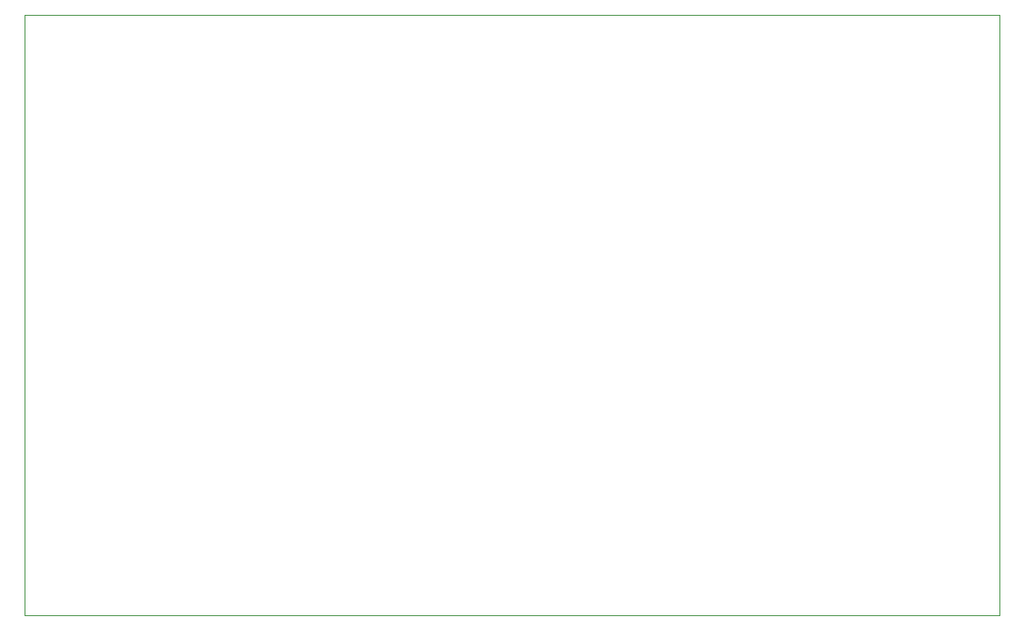
<source format=gbr>
%TF.GenerationSoftware,KiCad,Pcbnew,(6.0.7-1)-1*%
%TF.CreationDate,2022-09-01T12:29:15-04:00*%
%TF.ProjectId,pico-color-picker,7069636f-2d63-46f6-9c6f-722d7069636b,rev?*%
%TF.SameCoordinates,Original*%
%TF.FileFunction,Profile,NP*%
%FSLAX46Y46*%
G04 Gerber Fmt 4.6, Leading zero omitted, Abs format (unit mm)*
G04 Created by KiCad (PCBNEW (6.0.7-1)-1) date 2022-09-01 12:29:15*
%MOMM*%
%LPD*%
G01*
G04 APERTURE LIST*
%TA.AperFunction,Profile*%
%ADD10C,0.100000*%
%TD*%
G04 APERTURE END LIST*
D10*
X77300000Y-64000000D02*
X171400000Y-64000000D01*
X171400000Y-64000000D02*
X171400000Y-122000000D01*
X171400000Y-122000000D02*
X77300000Y-122000000D01*
X77300000Y-122000000D02*
X77300000Y-64000000D01*
M02*

</source>
